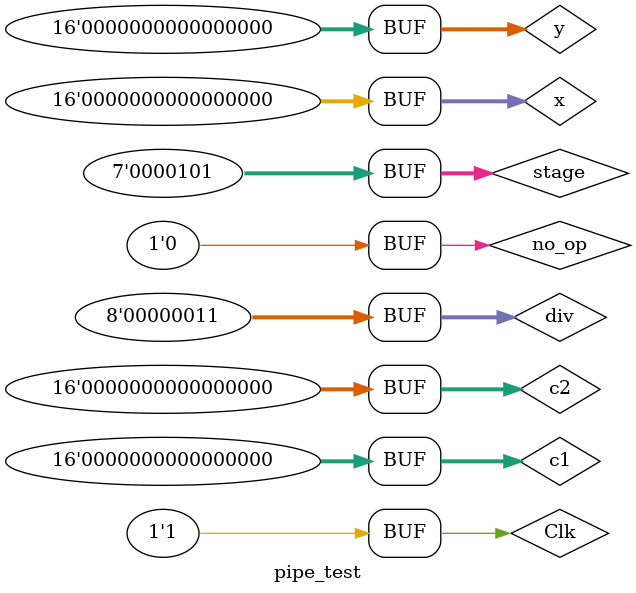
<source format=v>
`timescale 1ns / 1ps


module pipe_test;

	// Inputs
	reg Clk;
	reg [15:0] x;
	reg [15:0] y;
	reg [15:0] c1;
	reg [15:0] c2;
	reg [7:0] div;
	reg no_op;
	reg [6:0] stage;

	// Outputs
	wire [15:0] newX;
	wire [15:0] newY;
	wire [15:0] newC1;
	wire [15:0] newC2;
	wire [7:0] newDiv;
	wire new_no_op;
	wire [33:0] sum;

	// Instantiate the Unit Under Test (UUT)
	diverge_pipe uut (
		.Clk(Clk), 
		.x(x), 
		.y(y), 
		.c1(c1), 
		.c2(c2), 
		.div(div), 
		.no_op(no_op), 
		.stage(stage), 
		.newX(newX), 
		.newY(newY), 
		.newC1(newC1), 
		.newC2(newC2), 
		.newDiv(newDiv), 
		.new_no_op(new_no_op), 
		.sum(sum)
	);

	initial begin
		// Initialize Inputs
			// Initialize Inputs
		Clk = 0;
		x = 16'b0000000000000000;
		y = 16'b0001000000000000;
		c1 = 16'b0000000000000000;
		c2 = 16'b0001000000000000;
		div = 0; 
		no_op = 0;
		stage = 5;

		// Wait 100 ns for global reset to finish
		#10;
		
		Clk = 1;
		x = 16'b0000000000000000;
		y = 16'b0001000000000000;
		c1 = 16'b0000000000000000;
		c2 = 16'b0001000000000000;
		div = 0;
		no_op = 0;
		stage = 5;

		// Wait 100 ns for global reset to finish
		#10;
		
		Clk = 0;
		x = 16'b0000000000000000;
		y = 16'b0001000000000000;
		c1 = 16'b0000000000000000;
		c2 = 16'b0001000000000000;
		div = 3;
		no_op = 0;
		stage = 5;

		// Wait 100 ns for global reset to finish
		#10;
		
		Clk = 1;
		x = 16'd0;
		y = 16'd0;
		c1 = 16'b0000000000000000;
		c2 = 16'b0000000000000000;
		div = 3;
		no_op = 0;
		stage = 5;

		// Wait 100 ns for global reset to finish
		#10;
		Clk = 0;
		#10
		Clk = 1;
		#10;
		Clk = 0;
		#10
		Clk = 1;
		#10;
		Clk = 0;
		#10
		Clk = 1;
		#10;
		Clk = 0;
		#10
		Clk = 1;
	
		// Add stimulus here

	end
      
endmodule


</source>
